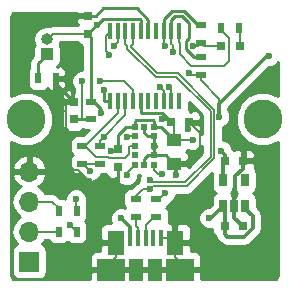
<source format=gbr>
G04 #@! TF.GenerationSoftware,KiCad,Pcbnew,(2017-08-16 revision 90873a101)-master*
G04 #@! TF.CreationDate,2017-12-28T02:46:26+02:00*
G04 #@! TF.ProjectId,distance-sensor-vl53l0x,64697374616E63652D73656E736F722D,rev?*
G04 #@! TF.SameCoordinates,Original*
G04 #@! TF.FileFunction,Copper,L1,Top,Signal*
G04 #@! TF.FilePolarity,Positive*
%FSLAX46Y46*%
G04 Gerber Fmt 4.6, Leading zero omitted, Abs format (unit mm)*
G04 Created by KiCad (PCBNEW (2017-08-16 revision 90873a101)-master) date Thu Dec 28 02:46:26 2017*
%MOMM*%
%LPD*%
G01*
G04 APERTURE LIST*
%ADD10R,0.800000X0.750000*%
%ADD11C,3.300000*%
%ADD12R,0.750000X0.800000*%
%ADD13R,1.250000X1.000000*%
%ADD14R,0.800000X0.800000*%
%ADD15R,1.000000X1.000000*%
%ADD16O,1.000000X1.000000*%
%ADD17R,0.450000X1.380000*%
%ADD18R,1.475000X2.100000*%
%ADD19R,2.375000X1.900000*%
%ADD20R,1.175000X1.900000*%
%ADD21R,0.500000X0.900000*%
%ADD22R,0.900000X0.500000*%
%ADD23R,0.450000X1.450000*%
%ADD24R,0.650000X1.060000*%
%ADD25R,0.500000X0.500000*%
%ADD26R,1.700000X1.700000*%
%ADD27O,1.700000X1.700000*%
%ADD28C,0.600000*%
%ADD29C,0.250000*%
%ADD30C,0.200000*%
%ADD31C,0.300000*%
%ADD32C,0.160000*%
%ADD33C,0.254000*%
G04 APERTURE END LIST*
D10*
X112800000Y-108800000D03*
X114300000Y-108800000D03*
D11*
X116000000Y-99750000D03*
X96000000Y-99750000D03*
D12*
X100000000Y-99750000D03*
X100000000Y-98250000D03*
X101250000Y-92500000D03*
X101250000Y-91000000D03*
D10*
X108250000Y-100000000D03*
X109750000Y-100000000D03*
X112850000Y-103250000D03*
X114350000Y-103250000D03*
D12*
X103750000Y-102250000D03*
X103750000Y-103750000D03*
D13*
X108500000Y-101500000D03*
X108500000Y-103500000D03*
D14*
X112450000Y-93500000D03*
X114050000Y-93500000D03*
D15*
X97750000Y-94250000D03*
D16*
X97750000Y-92980000D03*
D17*
X104790000Y-109840000D03*
X105440000Y-109840000D03*
X106090000Y-109840000D03*
X106740000Y-109840000D03*
X107390000Y-109840000D03*
D18*
X103627500Y-110200000D03*
X108552500Y-110200000D03*
D19*
X103180000Y-112500000D03*
X109000000Y-112500000D03*
D20*
X105250000Y-112500000D03*
X106930000Y-112500000D03*
D21*
X97000000Y-96266000D03*
X98500000Y-96266000D03*
D22*
X101500000Y-98250000D03*
X101500000Y-99750000D03*
X107000000Y-106500000D03*
X107000000Y-108000000D03*
X105250000Y-106500000D03*
X105250000Y-108000000D03*
D21*
X114000000Y-92000000D03*
X112500000Y-92000000D03*
D22*
X110750000Y-96000000D03*
X110750000Y-94500000D03*
X110750000Y-93250000D03*
X110750000Y-91750000D03*
X100750000Y-103500000D03*
X100750000Y-102000000D03*
X102250000Y-103500000D03*
X102250000Y-102000000D03*
D23*
X103075000Y-98200000D03*
X103725000Y-98200000D03*
X104375000Y-98200000D03*
X105025000Y-98200000D03*
X105675000Y-98200000D03*
X106325000Y-98200000D03*
X106975000Y-98200000D03*
X107625000Y-98200000D03*
X108275000Y-98200000D03*
X108925000Y-98200000D03*
X108925000Y-92300000D03*
X108275000Y-92300000D03*
X107625000Y-92300000D03*
X106975000Y-92300000D03*
X106325000Y-92300000D03*
X105675000Y-92300000D03*
X105025000Y-92300000D03*
X104375000Y-92300000D03*
X103725000Y-92300000D03*
X103075000Y-92300000D03*
D24*
X112650000Y-107100000D03*
X113600000Y-107100000D03*
X114550000Y-107100000D03*
X114550000Y-104900000D03*
X112650000Y-104900000D03*
D25*
X106800000Y-100400000D03*
X106800000Y-101200000D03*
X106800000Y-102000000D03*
X106800000Y-103600000D03*
X106800000Y-102800000D03*
X106000000Y-103600000D03*
X105200000Y-100400000D03*
X105200000Y-101200000D03*
X105200000Y-102000000D03*
X105200000Y-102800000D03*
X105200000Y-103600000D03*
X106000000Y-100400000D03*
D26*
X96250000Y-111790000D03*
D27*
X96250000Y-109250000D03*
X96250000Y-106710000D03*
X96250000Y-104170000D03*
D21*
X100250000Y-107500000D03*
X98750000Y-107500000D03*
X100250000Y-109250000D03*
X98750000Y-109250000D03*
D28*
X100750000Y-96500000D03*
X102250000Y-96500000D03*
X100200000Y-91100000D03*
X108700000Y-104500000D03*
X113600000Y-106100000D03*
X110400000Y-109600000D03*
X101300000Y-105000000D03*
X109700000Y-100600000D03*
X103250000Y-105869998D03*
X111500000Y-108100000D03*
X104040000Y-108100000D03*
X116500000Y-94400000D03*
X112500000Y-102400000D03*
X102350027Y-99200032D03*
X101978555Y-91753555D03*
X107500000Y-99750000D03*
X112325728Y-99525728D03*
X110100000Y-101500000D03*
X110100000Y-93500000D03*
X109800000Y-95800000D03*
X103177439Y-102398539D03*
X101400000Y-104100000D03*
X102565500Y-97249979D03*
X103403005Y-93514277D03*
X100200000Y-106500000D03*
X108100000Y-97015000D03*
X99700000Y-108700000D03*
X107300000Y-97015000D03*
X103000000Y-94300000D03*
X102550000Y-101250000D03*
X104500000Y-101250000D03*
X107494203Y-104357253D03*
X108400843Y-94019283D03*
X107697862Y-93514823D03*
X104500000Y-104500000D03*
X107750000Y-106000000D03*
X106500000Y-104870000D03*
X106500000Y-105630000D03*
D29*
X101500000Y-99750000D02*
X100700000Y-99750000D01*
X100700000Y-99750000D02*
X100000000Y-99750000D01*
D30*
X100750000Y-97650000D02*
X100700000Y-97700000D01*
X100700000Y-97700000D02*
X100700000Y-99750000D01*
X100750000Y-96500000D02*
X100750000Y-97650000D01*
X100575000Y-99750000D02*
X100000000Y-99750000D01*
X105025000Y-98200000D02*
X105025000Y-97275000D01*
X105025000Y-97275000D02*
X104250000Y-96500000D01*
X104250000Y-96500000D02*
X102250000Y-96500000D01*
D31*
X108700000Y-104500000D02*
X108700000Y-103700000D01*
X108700000Y-103700000D02*
X108500000Y-103500000D01*
X113700000Y-104575000D02*
X114350000Y-103925000D01*
X114350000Y-103925000D02*
X114350000Y-103250000D01*
X113700000Y-105575736D02*
X113700000Y-104575000D01*
X113600000Y-106100000D02*
X113600000Y-105675736D01*
X113600000Y-105675736D02*
X113700000Y-105575736D01*
X113600000Y-106100000D02*
X113600000Y-107100000D01*
X108552500Y-110200000D02*
X109800000Y-110200000D01*
X109800000Y-110200000D02*
X110400000Y-109600000D01*
X114300000Y-108800000D02*
X113600000Y-108100000D01*
X113600000Y-108100000D02*
X113600000Y-107100000D01*
D32*
X103627500Y-110200000D02*
X103627500Y-111410000D01*
X103627500Y-111410000D02*
X103180000Y-111857500D01*
X103180000Y-111857500D02*
X103180000Y-112500000D01*
X103180000Y-112500000D02*
X104527500Y-112500000D01*
X104527500Y-112500000D02*
X105250000Y-112500000D01*
X106930000Y-112500000D02*
X106182500Y-112500000D01*
X106182500Y-112500000D02*
X105250000Y-112500000D01*
X109000000Y-112500000D02*
X107652500Y-112500000D01*
X107652500Y-112500000D02*
X106930000Y-112500000D01*
X108552500Y-110200000D02*
X108552500Y-111410000D01*
X108552500Y-111410000D02*
X109000000Y-111857500D01*
X109000000Y-111857500D02*
X109000000Y-112500000D01*
X107390000Y-109840000D02*
X108192500Y-109840000D01*
X108192500Y-109840000D02*
X108552500Y-110200000D01*
D30*
X99800000Y-101000000D02*
X99800000Y-103790002D01*
X99800000Y-103790002D02*
X100059999Y-104050001D01*
X100059999Y-104050001D02*
X100350001Y-104050001D01*
X100350001Y-104050001D02*
X101300000Y-105000000D01*
X99324999Y-100524999D02*
X99800000Y-101000000D01*
X100000000Y-98250000D02*
X99425000Y-98250000D01*
X99425000Y-98250000D02*
X99324999Y-98350001D01*
X99324999Y-98350001D02*
X99324999Y-100524999D01*
X109700000Y-100600000D02*
X109700000Y-100050000D01*
X109700000Y-100050000D02*
X109750000Y-100000000D01*
X109775000Y-100000000D02*
X109750000Y-100000000D01*
X110700002Y-100925002D02*
X109775000Y-100000000D01*
X109325000Y-103500000D02*
X110700002Y-102124998D01*
X108500000Y-103500000D02*
X109325000Y-103500000D01*
X110700002Y-102124998D02*
X110700002Y-100925002D01*
D29*
X106325000Y-91325000D02*
X106325000Y-92300000D01*
X105350000Y-90350000D02*
X106325000Y-91325000D01*
X102525000Y-90350000D02*
X105350000Y-90350000D01*
X101875000Y-91000000D02*
X102525000Y-90350000D01*
X101250000Y-91000000D02*
X101875000Y-91000000D01*
X100000000Y-98250000D02*
X98500000Y-96750000D01*
X108500000Y-103500000D02*
X107800000Y-102800000D01*
X107800000Y-102800000D02*
X106800000Y-102800000D01*
X106000000Y-103600000D02*
X106000000Y-103100000D01*
X106000000Y-103100000D02*
X106300000Y-102800000D01*
X106300000Y-102800000D02*
X106800000Y-102800000D01*
X106800000Y-102800000D02*
X106800000Y-102000000D01*
X106800000Y-102000000D02*
X106800000Y-101200000D01*
X106800000Y-101200000D02*
X106300000Y-101200000D01*
X106300000Y-101200000D02*
X106000000Y-100900000D01*
X106000000Y-100900000D02*
X106000000Y-100400000D01*
X103750000Y-103750000D02*
X103750000Y-105250000D01*
X103250000Y-105869998D02*
X103250000Y-105750000D01*
X103250000Y-105750000D02*
X103750000Y-105250000D01*
D31*
X113025000Y-109700000D02*
X114445002Y-109700000D01*
X114445002Y-109700000D02*
X115175000Y-108970002D01*
X115175000Y-108970002D02*
X115175000Y-107930000D01*
X115175000Y-107930000D02*
X114550000Y-107305000D01*
X114550000Y-107305000D02*
X114550000Y-107100000D01*
X112800000Y-108800000D02*
X112800000Y-109475000D01*
X112800000Y-109475000D02*
X113025000Y-109700000D01*
X112800000Y-108800000D02*
X112800000Y-107250000D01*
X112800000Y-107250000D02*
X112650000Y-107100000D01*
X111500000Y-108100000D02*
X111650000Y-108100000D01*
X111650000Y-108100000D02*
X112650000Y-107100000D01*
X104790000Y-109840000D02*
X104790000Y-108850000D01*
X104790000Y-108850000D02*
X104040000Y-108100000D01*
D32*
X108500000Y-101500000D02*
X108500000Y-100250000D01*
X108500000Y-100250000D02*
X108250000Y-100000000D01*
D31*
X112325728Y-98474272D02*
X116400000Y-94400000D01*
X116400000Y-94400000D02*
X116500000Y-94400000D01*
X112325728Y-99525728D02*
X112325728Y-98474272D01*
X112850000Y-103250000D02*
X112850000Y-102750000D01*
X112850000Y-102750000D02*
X112500000Y-102400000D01*
X112650000Y-104900000D02*
X112650000Y-103450000D01*
X112650000Y-103450000D02*
X112850000Y-103250000D01*
D30*
X112450000Y-93500000D02*
X111000000Y-93500000D01*
X111000000Y-93500000D02*
X110750000Y-93250000D01*
X101250000Y-92500000D02*
X98230000Y-92500000D01*
X98230000Y-92500000D02*
X97750000Y-92980000D01*
D29*
X102350027Y-98900027D02*
X102350027Y-99200032D01*
X101500000Y-98250000D02*
X101700000Y-98250000D01*
X101700000Y-98250000D02*
X102350027Y-98900027D01*
X102475001Y-91249999D02*
X101978555Y-91753555D01*
X101978555Y-91753555D02*
X101250000Y-92475000D01*
X101500000Y-98250000D02*
X101500000Y-92750000D01*
X101500000Y-92750000D02*
X101250000Y-92500000D01*
X107475001Y-99250001D02*
X105750001Y-99250001D01*
X105675000Y-92300000D02*
X105675000Y-91325000D01*
X105675000Y-91325000D02*
X105599999Y-91249999D01*
X101250000Y-92475000D02*
X101250000Y-92500000D01*
X105599999Y-91249999D02*
X102475001Y-91249999D01*
X108225000Y-100000000D02*
X107975000Y-99750000D01*
X107975000Y-99750000D02*
X107475001Y-99250001D01*
X107500000Y-99750000D02*
X107975000Y-99750000D01*
X108250000Y-100000000D02*
X108225000Y-100000000D01*
X105675000Y-99175000D02*
X105675000Y-98200000D01*
X105750001Y-99250001D02*
X105675000Y-99175000D01*
D30*
X112325728Y-98025728D02*
X112325728Y-99525728D01*
X110750000Y-96450000D02*
X112325728Y-98025728D01*
X110750000Y-96000000D02*
X110750000Y-96450000D01*
X108500000Y-101500000D02*
X110100000Y-101500000D01*
X110100000Y-93500000D02*
X110500000Y-93500000D01*
X110500000Y-93500000D02*
X110750000Y-93250000D01*
X110000000Y-96000000D02*
X109800000Y-95800000D01*
X110750000Y-96000000D02*
X110000000Y-96000000D01*
X103177439Y-102398539D02*
X103601461Y-102398539D01*
X103601461Y-102398539D02*
X103750000Y-102250000D01*
X100750000Y-103500000D02*
X100800000Y-103500000D01*
X100800000Y-103500000D02*
X101400000Y-104100000D01*
X100750000Y-103500000D02*
X102250000Y-103500000D01*
D29*
X104424996Y-100400000D02*
X105200000Y-100400000D01*
X103750000Y-101074996D02*
X104424996Y-100400000D01*
X103750000Y-102250000D02*
X103750000Y-101074996D01*
X108500000Y-101500000D02*
X108625000Y-101500000D01*
X106800000Y-100400000D02*
X107400000Y-100400000D01*
X107400000Y-100400000D02*
X108500000Y-101500000D01*
X106800000Y-100400000D02*
X106800000Y-99900000D01*
X106800000Y-99900000D02*
X106724999Y-99824999D01*
X106724999Y-99824999D02*
X105275001Y-99824999D01*
X105275001Y-99824999D02*
X105200000Y-99900000D01*
X105200000Y-99900000D02*
X105200000Y-100400000D01*
D30*
X114050000Y-93500000D02*
X114050000Y-92050000D01*
X114050000Y-92050000D02*
X114000000Y-92000000D01*
D29*
X97750000Y-94270000D02*
X97000000Y-95020000D01*
X97000000Y-95020000D02*
X97000000Y-96266000D01*
X103075000Y-98200000D02*
X102600000Y-98200000D01*
X102565500Y-98165500D02*
X102565500Y-97249979D01*
X102600000Y-98200000D02*
X102565500Y-98165500D01*
D32*
X105250000Y-108750000D02*
X105440000Y-108940000D01*
X105440000Y-108940000D02*
X105440000Y-109840000D01*
X105250000Y-108000000D02*
X105250000Y-108750000D01*
X107000000Y-108000000D02*
X106800000Y-108000000D01*
X106800000Y-108000000D02*
X106090000Y-108710000D01*
X106090000Y-108710000D02*
X106090000Y-109840000D01*
D30*
X103403005Y-93514277D02*
X103725000Y-93192282D01*
X103725000Y-93192282D02*
X103725000Y-92300000D01*
X109949999Y-95199999D02*
X109000844Y-94250844D01*
X109000844Y-94250844D02*
X109000844Y-93300844D01*
X109000844Y-93300844D02*
X108925000Y-93225000D01*
X108925000Y-93225000D02*
X108925000Y-92300000D01*
X112750000Y-95250000D02*
X112699999Y-95199999D01*
X112699999Y-95199999D02*
X109949999Y-95199999D01*
X113150001Y-94849999D02*
X112750000Y-95250000D01*
X112500000Y-92000000D02*
X112500000Y-92200000D01*
X112500000Y-92200000D02*
X113150001Y-92850001D01*
X113150001Y-92850001D02*
X113150001Y-94849999D01*
D32*
X96250000Y-109250000D02*
X98750000Y-109250000D01*
X96250000Y-106710000D02*
X98160000Y-106710000D01*
X98160000Y-106710000D02*
X98750000Y-107300000D01*
X98750000Y-107300000D02*
X98750000Y-107500000D01*
X100200000Y-106500000D02*
X100200000Y-107450000D01*
X100200000Y-107450000D02*
X100250000Y-107500000D01*
X108275000Y-98200000D02*
X108275000Y-97190000D01*
X108275000Y-97190000D02*
X108100000Y-97015000D01*
X99700000Y-108700000D02*
X100250000Y-109250000D01*
X107625000Y-98200000D02*
X107625000Y-97340000D01*
X107625000Y-97340000D02*
X107300000Y-97015000D01*
D30*
X102700001Y-94000001D02*
X102700001Y-92674999D01*
X103000000Y-94300000D02*
X102700001Y-94000001D01*
X102700001Y-92674999D02*
X103075000Y-92300000D01*
X104750000Y-102000000D02*
X105200000Y-102000000D01*
X104649999Y-102100001D02*
X104750000Y-102000000D01*
X102990002Y-103000000D02*
X104315002Y-103000000D01*
X104649999Y-102665003D02*
X104649999Y-102100001D01*
X104315002Y-103000000D02*
X104649999Y-102665003D01*
X102940001Y-102949999D02*
X102990002Y-103000000D01*
X100950000Y-102000000D02*
X101899999Y-102949999D01*
X101899999Y-102949999D02*
X102940001Y-102949999D01*
X100750000Y-102000000D02*
X100950000Y-102000000D01*
X103725000Y-98200000D02*
X103725000Y-99225000D01*
X103725000Y-99225000D02*
X100950000Y-102000000D01*
X102250000Y-101550000D02*
X102550000Y-101250000D01*
X102550000Y-101250000D02*
X104375000Y-99425000D01*
X104375000Y-99425000D02*
X104375000Y-98200000D01*
X105200000Y-101200000D02*
X104550000Y-101200000D01*
X102250000Y-102000000D02*
X102250000Y-101550000D01*
X104550000Y-101200000D02*
X104500000Y-101250000D01*
X107549999Y-98124999D02*
X107625000Y-98200000D01*
X107107253Y-104357253D02*
X107494203Y-104357253D01*
X106800000Y-103600000D02*
X106800000Y-104050000D01*
X106800000Y-104050000D02*
X107107253Y-104357253D01*
X108400843Y-93476579D02*
X108400843Y-94019283D01*
X108275000Y-93350736D02*
X108400843Y-93476579D01*
X108275000Y-92300000D02*
X108275000Y-93350736D01*
D29*
X108275000Y-91325000D02*
X108275000Y-92300000D01*
X109474999Y-93099999D02*
X109750000Y-92824998D01*
X108600000Y-91000000D02*
X108275000Y-91325000D01*
X109750000Y-91589998D02*
X109160002Y-91000000D01*
X109474999Y-93800001D02*
X109474999Y-93099999D01*
X110174998Y-94500000D02*
X109474999Y-93800001D01*
X109160002Y-91000000D02*
X108600000Y-91000000D01*
X110750000Y-94500000D02*
X110174998Y-94500000D01*
X109750000Y-92824998D02*
X109750000Y-91589998D01*
D30*
X107625000Y-93441961D02*
X107697862Y-93514823D01*
X107625000Y-92300000D02*
X107625000Y-93441961D01*
X104500000Y-104500000D02*
X104500000Y-104300000D01*
X104500000Y-104300000D02*
X105200000Y-103600000D01*
D29*
X107625000Y-91238589D02*
X107625000Y-92300000D01*
X108313600Y-90549989D02*
X107625000Y-91238589D01*
X109349989Y-90549989D02*
X108313600Y-90549989D01*
X110550000Y-91750000D02*
X109349989Y-90549989D01*
X110750000Y-91750000D02*
X110550000Y-91750000D01*
D32*
X107000000Y-106500000D02*
X107250000Y-106500000D01*
X107250000Y-106500000D02*
X107750000Y-106000000D01*
X106720000Y-105090000D02*
X106500000Y-104870000D01*
X109433724Y-105090000D02*
X106720000Y-105090000D01*
X111590000Y-102933724D02*
X109433724Y-105090000D01*
X111590000Y-99066276D02*
X111590000Y-102933724D01*
X108683724Y-96160000D02*
X111590000Y-99066276D01*
X106933724Y-96160000D02*
X108683724Y-96160000D01*
X104540000Y-93766276D02*
X106933724Y-96160000D01*
X104375000Y-92300000D02*
X104375000Y-93387501D01*
X104375000Y-93387501D02*
X104540000Y-93552501D01*
X104540000Y-93552501D02*
X104540000Y-93766276D01*
X106500000Y-105630000D02*
X105870000Y-105630000D01*
X105870000Y-105630000D02*
X105250000Y-106250000D01*
X109566276Y-105410000D02*
X106720000Y-105410000D01*
X106720000Y-105410000D02*
X106500000Y-105630000D01*
X111910000Y-103066276D02*
X109566276Y-105410000D01*
X111910000Y-98933724D02*
X111910000Y-103066276D01*
X108816276Y-95840000D02*
X111910000Y-98933724D01*
X107066276Y-95840000D02*
X108816276Y-95840000D01*
X104860000Y-93633724D02*
X107066276Y-95840000D01*
X105025000Y-92300000D02*
X105025000Y-93387501D01*
X105025000Y-93387501D02*
X104860000Y-93552501D01*
X104860000Y-93552501D02*
X104860000Y-93633724D01*
D33*
G36*
X100240000Y-90714250D02*
X100398750Y-90873000D01*
X101123000Y-90873000D01*
X101123000Y-90853000D01*
X101377000Y-90853000D01*
X101377000Y-90873000D01*
X101397000Y-90873000D01*
X101397000Y-91012958D01*
X101262724Y-91147000D01*
X101123000Y-91147000D01*
X101123000Y-91127000D01*
X100398750Y-91127000D01*
X100240000Y-91285750D01*
X100240000Y-91526309D01*
X100336673Y-91759698D01*
X100337873Y-91760898D01*
X100335132Y-91765000D01*
X98230000Y-91765000D01*
X97948728Y-91820949D01*
X97880502Y-91866536D01*
X97772236Y-91845000D01*
X97727764Y-91845000D01*
X97293418Y-91931397D01*
X96925198Y-92177434D01*
X96679161Y-92545654D01*
X96592764Y-92980000D01*
X96679161Y-93414346D01*
X96694865Y-93437849D01*
X96651843Y-93502235D01*
X96602560Y-93750000D01*
X96602560Y-94342638D01*
X96462599Y-94482599D01*
X96297852Y-94729161D01*
X96240000Y-95020000D01*
X96240000Y-95436300D01*
X96151843Y-95568235D01*
X96102560Y-95816000D01*
X96102560Y-96716000D01*
X96151843Y-96963765D01*
X96292191Y-97173809D01*
X96502235Y-97314157D01*
X96750000Y-97363440D01*
X97250000Y-97363440D01*
X97497765Y-97314157D01*
X97707809Y-97173809D01*
X97748654Y-97112680D01*
X97890302Y-97254327D01*
X98123691Y-97351000D01*
X98216250Y-97351000D01*
X98375000Y-97192250D01*
X98375000Y-96393000D01*
X98625000Y-96393000D01*
X98625000Y-97192250D01*
X98783750Y-97351000D01*
X98876309Y-97351000D01*
X99109698Y-97254327D01*
X99288327Y-97075699D01*
X99385000Y-96842310D01*
X99385000Y-96551750D01*
X99226250Y-96393000D01*
X98625000Y-96393000D01*
X98375000Y-96393000D01*
X98353000Y-96393000D01*
X98353000Y-96139000D01*
X98375000Y-96139000D01*
X98375000Y-96119000D01*
X98625000Y-96119000D01*
X98625000Y-96139000D01*
X99226250Y-96139000D01*
X99385000Y-95980250D01*
X99385000Y-95689690D01*
X99288327Y-95456301D01*
X99109698Y-95277673D01*
X98876309Y-95181000D01*
X98783750Y-95181000D01*
X98627002Y-95337748D01*
X98627002Y-95261803D01*
X98707809Y-95207809D01*
X98848157Y-94997765D01*
X98897440Y-94750000D01*
X98897440Y-93750000D01*
X98848157Y-93502235D01*
X98805135Y-93437849D01*
X98820839Y-93414346D01*
X98856513Y-93235000D01*
X100335132Y-93235000D01*
X100417191Y-93357809D01*
X100627235Y-93498157D01*
X100740000Y-93520587D01*
X100740000Y-95564991D01*
X100564833Y-95564838D01*
X100221057Y-95706883D01*
X99957808Y-95969673D01*
X99815162Y-96313201D01*
X99814838Y-96685167D01*
X99956883Y-97028943D01*
X100015000Y-97087162D01*
X100015000Y-97448635D01*
X99965000Y-97700000D01*
X99965000Y-98397000D01*
X99873000Y-98397000D01*
X99873000Y-98377000D01*
X99148750Y-98377000D01*
X98990000Y-98535750D01*
X98990000Y-98776309D01*
X99086673Y-99009698D01*
X99087873Y-99010898D01*
X99026843Y-99102235D01*
X98977560Y-99350000D01*
X98977560Y-100150000D01*
X99026843Y-100397765D01*
X99167191Y-100607809D01*
X99377235Y-100748157D01*
X99625000Y-100797440D01*
X100375000Y-100797440D01*
X100622765Y-100748157D01*
X100832809Y-100607809D01*
X100834915Y-100604657D01*
X101050000Y-100647440D01*
X101263114Y-100647440D01*
X100807994Y-101102560D01*
X100300000Y-101102560D01*
X100052235Y-101151843D01*
X99842191Y-101292191D01*
X99701843Y-101502235D01*
X99652560Y-101750000D01*
X99652560Y-102250000D01*
X99701843Y-102497765D01*
X99842191Y-102707809D01*
X99905334Y-102750000D01*
X99842191Y-102792191D01*
X99701843Y-103002235D01*
X99652560Y-103250000D01*
X99652560Y-103750000D01*
X99701843Y-103997765D01*
X99842191Y-104207809D01*
X100052235Y-104348157D01*
X100300000Y-104397440D01*
X100511228Y-104397440D01*
X100606883Y-104628943D01*
X100869673Y-104892192D01*
X101213201Y-105034838D01*
X101585167Y-105035162D01*
X101928943Y-104893117D01*
X102192192Y-104630327D01*
X102288896Y-104397440D01*
X102700000Y-104397440D01*
X102783310Y-104380869D01*
X102836673Y-104509698D01*
X103015301Y-104688327D01*
X103248690Y-104785000D01*
X103464250Y-104785000D01*
X103564839Y-104684411D01*
X103564838Y-104685167D01*
X103706883Y-105028943D01*
X103969673Y-105292192D01*
X104313201Y-105434838D01*
X104685167Y-105435162D01*
X105028943Y-105293117D01*
X105292192Y-105030327D01*
X105434838Y-104686799D01*
X105435003Y-104497440D01*
X105450000Y-104497440D01*
X105587631Y-104470064D01*
X105623690Y-104485000D01*
X105647463Y-104485000D01*
X105565162Y-104683201D01*
X105564894Y-104990465D01*
X105364418Y-105124419D01*
X104886278Y-105602560D01*
X104800000Y-105602560D01*
X104552235Y-105651843D01*
X104342191Y-105792191D01*
X104201843Y-106002235D01*
X104152560Y-106250000D01*
X104152560Y-106750000D01*
X104201843Y-106997765D01*
X104342191Y-107207809D01*
X104363018Y-107221725D01*
X104226799Y-107165162D01*
X103854833Y-107164838D01*
X103511057Y-107306883D01*
X103247808Y-107569673D01*
X103105162Y-107913201D01*
X103104838Y-108285167D01*
X103199803Y-108515000D01*
X102763690Y-108515000D01*
X102530301Y-108611673D01*
X102351673Y-108790302D01*
X102255000Y-109023691D01*
X102255000Y-109914250D01*
X102413750Y-110073000D01*
X103500500Y-110073000D01*
X103500500Y-110053000D01*
X103754500Y-110053000D01*
X103754500Y-110073000D01*
X103774500Y-110073000D01*
X103774500Y-110327000D01*
X103754500Y-110327000D01*
X103754500Y-110347000D01*
X103500500Y-110347000D01*
X103500500Y-110327000D01*
X102413750Y-110327000D01*
X102255000Y-110485750D01*
X102255000Y-110915000D01*
X101866190Y-110915000D01*
X101632801Y-111011673D01*
X101454173Y-111190302D01*
X101357500Y-111423691D01*
X101357500Y-112214250D01*
X101516250Y-112373000D01*
X103053000Y-112373000D01*
X103053000Y-112353000D01*
X103307000Y-112353000D01*
X103307000Y-112373000D01*
X105123000Y-112373000D01*
X105123000Y-112353000D01*
X105377000Y-112353000D01*
X105377000Y-112373000D01*
X106803000Y-112373000D01*
X106803000Y-112353000D01*
X107057000Y-112353000D01*
X107057000Y-112373000D01*
X108873000Y-112373000D01*
X108873000Y-112353000D01*
X109127000Y-112353000D01*
X109127000Y-112373000D01*
X110663750Y-112373000D01*
X110822500Y-112214250D01*
X110822500Y-111423691D01*
X110725827Y-111190302D01*
X110547199Y-111011673D01*
X110313810Y-110915000D01*
X109925000Y-110915000D01*
X109925000Y-110485750D01*
X109766250Y-110327000D01*
X108679500Y-110327000D01*
X108679500Y-110347000D01*
X108425500Y-110347000D01*
X108425500Y-110327000D01*
X108405500Y-110327000D01*
X108405500Y-110073000D01*
X108425500Y-110073000D01*
X108425500Y-108673750D01*
X108679500Y-108673750D01*
X108679500Y-110073000D01*
X109766250Y-110073000D01*
X109925000Y-109914250D01*
X109925000Y-109023691D01*
X109828327Y-108790302D01*
X109649699Y-108611673D01*
X109416310Y-108515000D01*
X108838250Y-108515000D01*
X108679500Y-108673750D01*
X108425500Y-108673750D01*
X108266750Y-108515000D01*
X108036641Y-108515000D01*
X108048157Y-108497765D01*
X108097440Y-108250000D01*
X108097440Y-107750000D01*
X108048157Y-107502235D01*
X107907809Y-107292191D01*
X107844666Y-107250000D01*
X107907809Y-107207809D01*
X108048157Y-106997765D01*
X108071842Y-106878689D01*
X108278943Y-106793117D01*
X108542192Y-106530327D01*
X108684838Y-106186799D01*
X108684892Y-106125000D01*
X109566276Y-106125000D01*
X109839895Y-106070574D01*
X110071857Y-105915581D01*
X111692488Y-104294951D01*
X111677560Y-104370000D01*
X111677560Y-105430000D01*
X111726843Y-105677765D01*
X111867191Y-105887809D01*
X112035095Y-106000000D01*
X111867191Y-106112191D01*
X111726843Y-106322235D01*
X111677560Y-106570000D01*
X111677560Y-106962282D01*
X111474865Y-107164977D01*
X111314833Y-107164838D01*
X110971057Y-107306883D01*
X110707808Y-107569673D01*
X110565162Y-107913201D01*
X110564838Y-108285167D01*
X110706883Y-108628943D01*
X110969673Y-108892192D01*
X111313201Y-109034838D01*
X111685167Y-109035162D01*
X111752560Y-109007316D01*
X111752560Y-109175000D01*
X111801843Y-109422765D01*
X111942191Y-109632809D01*
X112062362Y-109713106D01*
X112074755Y-109775407D01*
X112244921Y-110030079D01*
X112469921Y-110255079D01*
X112724593Y-110425245D01*
X113025000Y-110485000D01*
X114445002Y-110485000D01*
X114745409Y-110425245D01*
X115000081Y-110255079D01*
X115730079Y-109525081D01*
X115900245Y-109270409D01*
X115960000Y-108970002D01*
X115960000Y-107930000D01*
X115900245Y-107629594D01*
X115730079Y-107374921D01*
X115730076Y-107374919D01*
X115522440Y-107167283D01*
X115522440Y-106570000D01*
X115473157Y-106322235D01*
X115332809Y-106112191D01*
X115164905Y-106000000D01*
X115332809Y-105887809D01*
X115473157Y-105677765D01*
X115522440Y-105430000D01*
X115522440Y-104370000D01*
X115473157Y-104122235D01*
X115332809Y-103912191D01*
X115321493Y-103904630D01*
X115385000Y-103751310D01*
X115385000Y-103535750D01*
X115226250Y-103377000D01*
X114477000Y-103377000D01*
X114477000Y-103397000D01*
X114223000Y-103397000D01*
X114223000Y-103377000D01*
X114203000Y-103377000D01*
X114203000Y-103123000D01*
X114223000Y-103123000D01*
X114223000Y-102398750D01*
X114477000Y-102398750D01*
X114477000Y-103123000D01*
X115226250Y-103123000D01*
X115385000Y-102964250D01*
X115385000Y-102748690D01*
X115288327Y-102515301D01*
X115109698Y-102336673D01*
X114876309Y-102240000D01*
X114635750Y-102240000D01*
X114477000Y-102398750D01*
X114223000Y-102398750D01*
X114064250Y-102240000D01*
X113823691Y-102240000D01*
X113590302Y-102336673D01*
X113589102Y-102337873D01*
X113497765Y-102276843D01*
X113454001Y-102268138D01*
X113435140Y-102239911D01*
X113435162Y-102214833D01*
X113293117Y-101871057D01*
X113030327Y-101607808D01*
X112686799Y-101465162D01*
X112625000Y-101465108D01*
X112625000Y-100413743D01*
X112854671Y-100318845D01*
X113117920Y-100056055D01*
X113260566Y-99712527D01*
X113260890Y-99340561D01*
X113118845Y-98996785D01*
X113110728Y-98988654D01*
X113110728Y-98799430D01*
X116575092Y-95335066D01*
X116685167Y-95335162D01*
X117028943Y-95193117D01*
X117290000Y-94932515D01*
X117290000Y-97811493D01*
X116456509Y-97465397D01*
X115547479Y-97464604D01*
X114707342Y-97811742D01*
X114064001Y-98453961D01*
X113715397Y-99293491D01*
X113714604Y-100202521D01*
X114061742Y-101042658D01*
X114703961Y-101685999D01*
X115543491Y-102034603D01*
X116452521Y-102035396D01*
X117290000Y-101689356D01*
X117290000Y-112930070D01*
X117255074Y-113105655D01*
X117195225Y-113195226D01*
X117105655Y-113255074D01*
X116930070Y-113290000D01*
X110822500Y-113290000D01*
X110822500Y-112785750D01*
X110663750Y-112627000D01*
X109127000Y-112627000D01*
X109127000Y-112647000D01*
X108873000Y-112647000D01*
X108873000Y-112627000D01*
X107057000Y-112627000D01*
X107057000Y-112647000D01*
X106803000Y-112647000D01*
X106803000Y-112627000D01*
X105377000Y-112627000D01*
X105377000Y-112647000D01*
X105123000Y-112647000D01*
X105123000Y-112627000D01*
X103307000Y-112627000D01*
X103307000Y-112647000D01*
X103053000Y-112647000D01*
X103053000Y-112627000D01*
X101516250Y-112627000D01*
X101357500Y-112785750D01*
X101357500Y-113290000D01*
X95069930Y-113290000D01*
X94894345Y-113255074D01*
X94804774Y-113195225D01*
X94744926Y-113105655D01*
X94710000Y-112930070D01*
X94710000Y-106710000D01*
X94735907Y-106710000D01*
X94848946Y-107278285D01*
X95170853Y-107760054D01*
X95500026Y-107980000D01*
X95170853Y-108199946D01*
X94848946Y-108681715D01*
X94735907Y-109250000D01*
X94848946Y-109818285D01*
X95170853Y-110300054D01*
X95214777Y-110329403D01*
X95152235Y-110341843D01*
X94942191Y-110482191D01*
X94801843Y-110692235D01*
X94752560Y-110940000D01*
X94752560Y-112640000D01*
X94801843Y-112887765D01*
X94942191Y-113097809D01*
X95152235Y-113238157D01*
X95400000Y-113287440D01*
X97100000Y-113287440D01*
X97347765Y-113238157D01*
X97557809Y-113097809D01*
X97698157Y-112887765D01*
X97747440Y-112640000D01*
X97747440Y-110940000D01*
X97698157Y-110692235D01*
X97557809Y-110482191D01*
X97347765Y-110341843D01*
X97285223Y-110329403D01*
X97329147Y-110300054D01*
X97553022Y-109965000D01*
X97913359Y-109965000D01*
X98042191Y-110157809D01*
X98252235Y-110298157D01*
X98500000Y-110347440D01*
X99000000Y-110347440D01*
X99247765Y-110298157D01*
X99457809Y-110157809D01*
X99500000Y-110094666D01*
X99542191Y-110157809D01*
X99752235Y-110298157D01*
X100000000Y-110347440D01*
X100500000Y-110347440D01*
X100747765Y-110298157D01*
X100957809Y-110157809D01*
X101098157Y-109947765D01*
X101147440Y-109700000D01*
X101147440Y-108800000D01*
X101098157Y-108552235D01*
X100979731Y-108375000D01*
X101098157Y-108197765D01*
X101147440Y-107950000D01*
X101147440Y-107050000D01*
X101098157Y-106802235D01*
X101091217Y-106791849D01*
X101134838Y-106686799D01*
X101135162Y-106314833D01*
X100993117Y-105971057D01*
X100730327Y-105707808D01*
X100386799Y-105565162D01*
X100014833Y-105564838D01*
X99671057Y-105706883D01*
X99407808Y-105969673D01*
X99265162Y-106313201D01*
X99265031Y-106463380D01*
X99247765Y-106451843D01*
X99000000Y-106402560D01*
X98863722Y-106402560D01*
X98665581Y-106204419D01*
X98433619Y-106049426D01*
X98160000Y-105995000D01*
X97553022Y-105995000D01*
X97329147Y-105659946D01*
X96988447Y-105432298D01*
X97131358Y-105365183D01*
X97521645Y-104936924D01*
X97691476Y-104526890D01*
X97570155Y-104297000D01*
X96377000Y-104297000D01*
X96377000Y-104317000D01*
X96123000Y-104317000D01*
X96123000Y-104297000D01*
X94929845Y-104297000D01*
X94808524Y-104526890D01*
X94978355Y-104936924D01*
X95368642Y-105365183D01*
X95511553Y-105432298D01*
X95170853Y-105659946D01*
X94848946Y-106141715D01*
X94735907Y-106710000D01*
X94710000Y-106710000D01*
X94710000Y-103813110D01*
X94808524Y-103813110D01*
X94929845Y-104043000D01*
X96123000Y-104043000D01*
X96123000Y-102849181D01*
X96377000Y-102849181D01*
X96377000Y-104043000D01*
X97570155Y-104043000D01*
X97691476Y-103813110D01*
X97521645Y-103403076D01*
X97131358Y-102974817D01*
X96606892Y-102728514D01*
X96377000Y-102849181D01*
X96123000Y-102849181D01*
X95893108Y-102728514D01*
X95368642Y-102974817D01*
X94978355Y-103403076D01*
X94808524Y-103813110D01*
X94710000Y-103813110D01*
X94710000Y-101688507D01*
X95543491Y-102034603D01*
X96452521Y-102035396D01*
X97292658Y-101688258D01*
X97935999Y-101046039D01*
X98284603Y-100206509D01*
X98285396Y-99297479D01*
X97938258Y-98457342D01*
X97296039Y-97814001D01*
X97078549Y-97723691D01*
X98990000Y-97723691D01*
X98990000Y-97964250D01*
X99148750Y-98123000D01*
X99873000Y-98123000D01*
X99873000Y-97373750D01*
X99714250Y-97215000D01*
X99498690Y-97215000D01*
X99265301Y-97311673D01*
X99086673Y-97490302D01*
X98990000Y-97723691D01*
X97078549Y-97723691D01*
X96456509Y-97465397D01*
X95547479Y-97464604D01*
X94710000Y-97810644D01*
X94710000Y-91069930D01*
X94744926Y-90894345D01*
X94804774Y-90804775D01*
X94894345Y-90744926D01*
X95069930Y-90710000D01*
X100240000Y-90710000D01*
X100240000Y-90714250D01*
X100240000Y-90714250D01*
G37*
X100240000Y-90714250D02*
X100398750Y-90873000D01*
X101123000Y-90873000D01*
X101123000Y-90853000D01*
X101377000Y-90853000D01*
X101377000Y-90873000D01*
X101397000Y-90873000D01*
X101397000Y-91012958D01*
X101262724Y-91147000D01*
X101123000Y-91147000D01*
X101123000Y-91127000D01*
X100398750Y-91127000D01*
X100240000Y-91285750D01*
X100240000Y-91526309D01*
X100336673Y-91759698D01*
X100337873Y-91760898D01*
X100335132Y-91765000D01*
X98230000Y-91765000D01*
X97948728Y-91820949D01*
X97880502Y-91866536D01*
X97772236Y-91845000D01*
X97727764Y-91845000D01*
X97293418Y-91931397D01*
X96925198Y-92177434D01*
X96679161Y-92545654D01*
X96592764Y-92980000D01*
X96679161Y-93414346D01*
X96694865Y-93437849D01*
X96651843Y-93502235D01*
X96602560Y-93750000D01*
X96602560Y-94342638D01*
X96462599Y-94482599D01*
X96297852Y-94729161D01*
X96240000Y-95020000D01*
X96240000Y-95436300D01*
X96151843Y-95568235D01*
X96102560Y-95816000D01*
X96102560Y-96716000D01*
X96151843Y-96963765D01*
X96292191Y-97173809D01*
X96502235Y-97314157D01*
X96750000Y-97363440D01*
X97250000Y-97363440D01*
X97497765Y-97314157D01*
X97707809Y-97173809D01*
X97748654Y-97112680D01*
X97890302Y-97254327D01*
X98123691Y-97351000D01*
X98216250Y-97351000D01*
X98375000Y-97192250D01*
X98375000Y-96393000D01*
X98625000Y-96393000D01*
X98625000Y-97192250D01*
X98783750Y-97351000D01*
X98876309Y-97351000D01*
X99109698Y-97254327D01*
X99288327Y-97075699D01*
X99385000Y-96842310D01*
X99385000Y-96551750D01*
X99226250Y-96393000D01*
X98625000Y-96393000D01*
X98375000Y-96393000D01*
X98353000Y-96393000D01*
X98353000Y-96139000D01*
X98375000Y-96139000D01*
X98375000Y-96119000D01*
X98625000Y-96119000D01*
X98625000Y-96139000D01*
X99226250Y-96139000D01*
X99385000Y-95980250D01*
X99385000Y-95689690D01*
X99288327Y-95456301D01*
X99109698Y-95277673D01*
X98876309Y-95181000D01*
X98783750Y-95181000D01*
X98627002Y-95337748D01*
X98627002Y-95261803D01*
X98707809Y-95207809D01*
X98848157Y-94997765D01*
X98897440Y-94750000D01*
X98897440Y-93750000D01*
X98848157Y-93502235D01*
X98805135Y-93437849D01*
X98820839Y-93414346D01*
X98856513Y-93235000D01*
X100335132Y-93235000D01*
X100417191Y-93357809D01*
X100627235Y-93498157D01*
X100740000Y-93520587D01*
X100740000Y-95564991D01*
X100564833Y-95564838D01*
X100221057Y-95706883D01*
X99957808Y-95969673D01*
X99815162Y-96313201D01*
X99814838Y-96685167D01*
X99956883Y-97028943D01*
X100015000Y-97087162D01*
X100015000Y-97448635D01*
X99965000Y-97700000D01*
X99965000Y-98397000D01*
X99873000Y-98397000D01*
X99873000Y-98377000D01*
X99148750Y-98377000D01*
X98990000Y-98535750D01*
X98990000Y-98776309D01*
X99086673Y-99009698D01*
X99087873Y-99010898D01*
X99026843Y-99102235D01*
X98977560Y-99350000D01*
X98977560Y-100150000D01*
X99026843Y-100397765D01*
X99167191Y-100607809D01*
X99377235Y-100748157D01*
X99625000Y-100797440D01*
X100375000Y-100797440D01*
X100622765Y-100748157D01*
X100832809Y-100607809D01*
X100834915Y-100604657D01*
X101050000Y-100647440D01*
X101263114Y-100647440D01*
X100807994Y-101102560D01*
X100300000Y-101102560D01*
X100052235Y-101151843D01*
X99842191Y-101292191D01*
X99701843Y-101502235D01*
X99652560Y-101750000D01*
X99652560Y-102250000D01*
X99701843Y-102497765D01*
X99842191Y-102707809D01*
X99905334Y-102750000D01*
X99842191Y-102792191D01*
X99701843Y-103002235D01*
X99652560Y-103250000D01*
X99652560Y-103750000D01*
X99701843Y-103997765D01*
X99842191Y-104207809D01*
X100052235Y-104348157D01*
X100300000Y-104397440D01*
X100511228Y-104397440D01*
X100606883Y-104628943D01*
X100869673Y-104892192D01*
X101213201Y-105034838D01*
X101585167Y-105035162D01*
X101928943Y-104893117D01*
X102192192Y-104630327D01*
X102288896Y-104397440D01*
X102700000Y-104397440D01*
X102783310Y-104380869D01*
X102836673Y-104509698D01*
X103015301Y-104688327D01*
X103248690Y-104785000D01*
X103464250Y-104785000D01*
X103564839Y-104684411D01*
X103564838Y-104685167D01*
X103706883Y-105028943D01*
X103969673Y-105292192D01*
X104313201Y-105434838D01*
X104685167Y-105435162D01*
X105028943Y-105293117D01*
X105292192Y-105030327D01*
X105434838Y-104686799D01*
X105435003Y-104497440D01*
X105450000Y-104497440D01*
X105587631Y-104470064D01*
X105623690Y-104485000D01*
X105647463Y-104485000D01*
X105565162Y-104683201D01*
X105564894Y-104990465D01*
X105364418Y-105124419D01*
X104886278Y-105602560D01*
X104800000Y-105602560D01*
X104552235Y-105651843D01*
X104342191Y-105792191D01*
X104201843Y-106002235D01*
X104152560Y-106250000D01*
X104152560Y-106750000D01*
X104201843Y-106997765D01*
X104342191Y-107207809D01*
X104363018Y-107221725D01*
X104226799Y-107165162D01*
X103854833Y-107164838D01*
X103511057Y-107306883D01*
X103247808Y-107569673D01*
X103105162Y-107913201D01*
X103104838Y-108285167D01*
X103199803Y-108515000D01*
X102763690Y-108515000D01*
X102530301Y-108611673D01*
X102351673Y-108790302D01*
X102255000Y-109023691D01*
X102255000Y-109914250D01*
X102413750Y-110073000D01*
X103500500Y-110073000D01*
X103500500Y-110053000D01*
X103754500Y-110053000D01*
X103754500Y-110073000D01*
X103774500Y-110073000D01*
X103774500Y-110327000D01*
X103754500Y-110327000D01*
X103754500Y-110347000D01*
X103500500Y-110347000D01*
X103500500Y-110327000D01*
X102413750Y-110327000D01*
X102255000Y-110485750D01*
X102255000Y-110915000D01*
X101866190Y-110915000D01*
X101632801Y-111011673D01*
X101454173Y-111190302D01*
X101357500Y-111423691D01*
X101357500Y-112214250D01*
X101516250Y-112373000D01*
X103053000Y-112373000D01*
X103053000Y-112353000D01*
X103307000Y-112353000D01*
X103307000Y-112373000D01*
X105123000Y-112373000D01*
X105123000Y-112353000D01*
X105377000Y-112353000D01*
X105377000Y-112373000D01*
X106803000Y-112373000D01*
X106803000Y-112353000D01*
X107057000Y-112353000D01*
X107057000Y-112373000D01*
X108873000Y-112373000D01*
X108873000Y-112353000D01*
X109127000Y-112353000D01*
X109127000Y-112373000D01*
X110663750Y-112373000D01*
X110822500Y-112214250D01*
X110822500Y-111423691D01*
X110725827Y-111190302D01*
X110547199Y-111011673D01*
X110313810Y-110915000D01*
X109925000Y-110915000D01*
X109925000Y-110485750D01*
X109766250Y-110327000D01*
X108679500Y-110327000D01*
X108679500Y-110347000D01*
X108425500Y-110347000D01*
X108425500Y-110327000D01*
X108405500Y-110327000D01*
X108405500Y-110073000D01*
X108425500Y-110073000D01*
X108425500Y-108673750D01*
X108679500Y-108673750D01*
X108679500Y-110073000D01*
X109766250Y-110073000D01*
X109925000Y-109914250D01*
X109925000Y-109023691D01*
X109828327Y-108790302D01*
X109649699Y-108611673D01*
X109416310Y-108515000D01*
X108838250Y-108515000D01*
X108679500Y-108673750D01*
X108425500Y-108673750D01*
X108266750Y-108515000D01*
X108036641Y-108515000D01*
X108048157Y-108497765D01*
X108097440Y-108250000D01*
X108097440Y-107750000D01*
X108048157Y-107502235D01*
X107907809Y-107292191D01*
X107844666Y-107250000D01*
X107907809Y-107207809D01*
X108048157Y-106997765D01*
X108071842Y-106878689D01*
X108278943Y-106793117D01*
X108542192Y-106530327D01*
X108684838Y-106186799D01*
X108684892Y-106125000D01*
X109566276Y-106125000D01*
X109839895Y-106070574D01*
X110071857Y-105915581D01*
X111692488Y-104294951D01*
X111677560Y-104370000D01*
X111677560Y-105430000D01*
X111726843Y-105677765D01*
X111867191Y-105887809D01*
X112035095Y-106000000D01*
X111867191Y-106112191D01*
X111726843Y-106322235D01*
X111677560Y-106570000D01*
X111677560Y-106962282D01*
X111474865Y-107164977D01*
X111314833Y-107164838D01*
X110971057Y-107306883D01*
X110707808Y-107569673D01*
X110565162Y-107913201D01*
X110564838Y-108285167D01*
X110706883Y-108628943D01*
X110969673Y-108892192D01*
X111313201Y-109034838D01*
X111685167Y-109035162D01*
X111752560Y-109007316D01*
X111752560Y-109175000D01*
X111801843Y-109422765D01*
X111942191Y-109632809D01*
X112062362Y-109713106D01*
X112074755Y-109775407D01*
X112244921Y-110030079D01*
X112469921Y-110255079D01*
X112724593Y-110425245D01*
X113025000Y-110485000D01*
X114445002Y-110485000D01*
X114745409Y-110425245D01*
X115000081Y-110255079D01*
X115730079Y-109525081D01*
X115900245Y-109270409D01*
X115960000Y-108970002D01*
X115960000Y-107930000D01*
X115900245Y-107629594D01*
X115730079Y-107374921D01*
X115730076Y-107374919D01*
X115522440Y-107167283D01*
X115522440Y-106570000D01*
X115473157Y-106322235D01*
X115332809Y-106112191D01*
X115164905Y-106000000D01*
X115332809Y-105887809D01*
X115473157Y-105677765D01*
X115522440Y-105430000D01*
X115522440Y-104370000D01*
X115473157Y-104122235D01*
X115332809Y-103912191D01*
X115321493Y-103904630D01*
X115385000Y-103751310D01*
X115385000Y-103535750D01*
X115226250Y-103377000D01*
X114477000Y-103377000D01*
X114477000Y-103397000D01*
X114223000Y-103397000D01*
X114223000Y-103377000D01*
X114203000Y-103377000D01*
X114203000Y-103123000D01*
X114223000Y-103123000D01*
X114223000Y-102398750D01*
X114477000Y-102398750D01*
X114477000Y-103123000D01*
X115226250Y-103123000D01*
X115385000Y-102964250D01*
X115385000Y-102748690D01*
X115288327Y-102515301D01*
X115109698Y-102336673D01*
X114876309Y-102240000D01*
X114635750Y-102240000D01*
X114477000Y-102398750D01*
X114223000Y-102398750D01*
X114064250Y-102240000D01*
X113823691Y-102240000D01*
X113590302Y-102336673D01*
X113589102Y-102337873D01*
X113497765Y-102276843D01*
X113454001Y-102268138D01*
X113435140Y-102239911D01*
X113435162Y-102214833D01*
X113293117Y-101871057D01*
X113030327Y-101607808D01*
X112686799Y-101465162D01*
X112625000Y-101465108D01*
X112625000Y-100413743D01*
X112854671Y-100318845D01*
X113117920Y-100056055D01*
X113260566Y-99712527D01*
X113260890Y-99340561D01*
X113118845Y-98996785D01*
X113110728Y-98988654D01*
X113110728Y-98799430D01*
X116575092Y-95335066D01*
X116685167Y-95335162D01*
X117028943Y-95193117D01*
X117290000Y-94932515D01*
X117290000Y-97811493D01*
X116456509Y-97465397D01*
X115547479Y-97464604D01*
X114707342Y-97811742D01*
X114064001Y-98453961D01*
X113715397Y-99293491D01*
X113714604Y-100202521D01*
X114061742Y-101042658D01*
X114703961Y-101685999D01*
X115543491Y-102034603D01*
X116452521Y-102035396D01*
X117290000Y-101689356D01*
X117290000Y-112930070D01*
X117255074Y-113105655D01*
X117195225Y-113195226D01*
X117105655Y-113255074D01*
X116930070Y-113290000D01*
X110822500Y-113290000D01*
X110822500Y-112785750D01*
X110663750Y-112627000D01*
X109127000Y-112627000D01*
X109127000Y-112647000D01*
X108873000Y-112647000D01*
X108873000Y-112627000D01*
X107057000Y-112627000D01*
X107057000Y-112647000D01*
X106803000Y-112647000D01*
X106803000Y-112627000D01*
X105377000Y-112627000D01*
X105377000Y-112647000D01*
X105123000Y-112647000D01*
X105123000Y-112627000D01*
X103307000Y-112627000D01*
X103307000Y-112647000D01*
X103053000Y-112647000D01*
X103053000Y-112627000D01*
X101516250Y-112627000D01*
X101357500Y-112785750D01*
X101357500Y-113290000D01*
X95069930Y-113290000D01*
X94894345Y-113255074D01*
X94804774Y-113195225D01*
X94744926Y-113105655D01*
X94710000Y-112930070D01*
X94710000Y-106710000D01*
X94735907Y-106710000D01*
X94848946Y-107278285D01*
X95170853Y-107760054D01*
X95500026Y-107980000D01*
X95170853Y-108199946D01*
X94848946Y-108681715D01*
X94735907Y-109250000D01*
X94848946Y-109818285D01*
X95170853Y-110300054D01*
X95214777Y-110329403D01*
X95152235Y-110341843D01*
X94942191Y-110482191D01*
X94801843Y-110692235D01*
X94752560Y-110940000D01*
X94752560Y-112640000D01*
X94801843Y-112887765D01*
X94942191Y-113097809D01*
X95152235Y-113238157D01*
X95400000Y-113287440D01*
X97100000Y-113287440D01*
X97347765Y-113238157D01*
X97557809Y-113097809D01*
X97698157Y-112887765D01*
X97747440Y-112640000D01*
X97747440Y-110940000D01*
X97698157Y-110692235D01*
X97557809Y-110482191D01*
X97347765Y-110341843D01*
X97285223Y-110329403D01*
X97329147Y-110300054D01*
X97553022Y-109965000D01*
X97913359Y-109965000D01*
X98042191Y-110157809D01*
X98252235Y-110298157D01*
X98500000Y-110347440D01*
X99000000Y-110347440D01*
X99247765Y-110298157D01*
X99457809Y-110157809D01*
X99500000Y-110094666D01*
X99542191Y-110157809D01*
X99752235Y-110298157D01*
X100000000Y-110347440D01*
X100500000Y-110347440D01*
X100747765Y-110298157D01*
X100957809Y-110157809D01*
X101098157Y-109947765D01*
X101147440Y-109700000D01*
X101147440Y-108800000D01*
X101098157Y-108552235D01*
X100979731Y-108375000D01*
X101098157Y-108197765D01*
X101147440Y-107950000D01*
X101147440Y-107050000D01*
X101098157Y-106802235D01*
X101091217Y-106791849D01*
X101134838Y-106686799D01*
X101135162Y-106314833D01*
X100993117Y-105971057D01*
X100730327Y-105707808D01*
X100386799Y-105565162D01*
X100014833Y-105564838D01*
X99671057Y-105706883D01*
X99407808Y-105969673D01*
X99265162Y-106313201D01*
X99265031Y-106463380D01*
X99247765Y-106451843D01*
X99000000Y-106402560D01*
X98863722Y-106402560D01*
X98665581Y-106204419D01*
X98433619Y-106049426D01*
X98160000Y-105995000D01*
X97553022Y-105995000D01*
X97329147Y-105659946D01*
X96988447Y-105432298D01*
X97131358Y-105365183D01*
X97521645Y-104936924D01*
X97691476Y-104526890D01*
X97570155Y-104297000D01*
X96377000Y-104297000D01*
X96377000Y-104317000D01*
X96123000Y-104317000D01*
X96123000Y-104297000D01*
X94929845Y-104297000D01*
X94808524Y-104526890D01*
X94978355Y-104936924D01*
X95368642Y-105365183D01*
X95511553Y-105432298D01*
X95170853Y-105659946D01*
X94848946Y-106141715D01*
X94735907Y-106710000D01*
X94710000Y-106710000D01*
X94710000Y-103813110D01*
X94808524Y-103813110D01*
X94929845Y-104043000D01*
X96123000Y-104043000D01*
X96123000Y-102849181D01*
X96377000Y-102849181D01*
X96377000Y-104043000D01*
X97570155Y-104043000D01*
X97691476Y-103813110D01*
X97521645Y-103403076D01*
X97131358Y-102974817D01*
X96606892Y-102728514D01*
X96377000Y-102849181D01*
X96123000Y-102849181D01*
X95893108Y-102728514D01*
X95368642Y-102974817D01*
X94978355Y-103403076D01*
X94808524Y-103813110D01*
X94710000Y-103813110D01*
X94710000Y-101688507D01*
X95543491Y-102034603D01*
X96452521Y-102035396D01*
X97292658Y-101688258D01*
X97935999Y-101046039D01*
X98284603Y-100206509D01*
X98285396Y-99297479D01*
X97938258Y-98457342D01*
X97296039Y-97814001D01*
X97078549Y-97723691D01*
X98990000Y-97723691D01*
X98990000Y-97964250D01*
X99148750Y-98123000D01*
X99873000Y-98123000D01*
X99873000Y-97373750D01*
X99714250Y-97215000D01*
X99498690Y-97215000D01*
X99265301Y-97311673D01*
X99086673Y-97490302D01*
X98990000Y-97723691D01*
X97078549Y-97723691D01*
X96456509Y-97465397D01*
X95547479Y-97464604D01*
X94710000Y-97810644D01*
X94710000Y-91069930D01*
X94744926Y-90894345D01*
X94804774Y-90804775D01*
X94894345Y-90744926D01*
X95069930Y-90710000D01*
X100240000Y-90710000D01*
X100240000Y-90714250D01*
G36*
X114153000Y-108881844D02*
X114153000Y-108673000D01*
X114173000Y-108673000D01*
X114173000Y-108653000D01*
X114381844Y-108653000D01*
X114153000Y-108881844D01*
X114153000Y-108881844D01*
G37*
X114153000Y-108881844D02*
X114153000Y-108673000D01*
X114173000Y-108673000D01*
X114173000Y-108653000D01*
X114381844Y-108653000D01*
X114153000Y-108881844D01*
G36*
X113626843Y-105677765D02*
X113767191Y-105887809D01*
X113866551Y-105954199D01*
X113727000Y-106093750D01*
X113727000Y-106172341D01*
X113626843Y-106322235D01*
X113600000Y-106457185D01*
X113573157Y-106322235D01*
X113473000Y-106172341D01*
X113473000Y-106093750D01*
X113333449Y-105954199D01*
X113432809Y-105887809D01*
X113573157Y-105677765D01*
X113600000Y-105542815D01*
X113626843Y-105677765D01*
X113626843Y-105677765D01*
G37*
X113626843Y-105677765D02*
X113767191Y-105887809D01*
X113866551Y-105954199D01*
X113727000Y-106093750D01*
X113727000Y-106172341D01*
X113626843Y-106322235D01*
X113600000Y-106457185D01*
X113573157Y-106322235D01*
X113473000Y-106172341D01*
X113473000Y-106093750D01*
X113333449Y-105954199D01*
X113432809Y-105887809D01*
X113573157Y-105677765D01*
X113600000Y-105542815D01*
X113626843Y-105677765D01*
G36*
X103897000Y-103780811D02*
X103780608Y-103897000D01*
X103623000Y-103897000D01*
X103623000Y-103877000D01*
X103603000Y-103877000D01*
X103603000Y-103735000D01*
X103897000Y-103735000D01*
X103897000Y-103780811D01*
X103897000Y-103780811D01*
G37*
X103897000Y-103780811D02*
X103780608Y-103897000D01*
X103623000Y-103897000D01*
X103623000Y-103877000D01*
X103603000Y-103877000D01*
X103603000Y-103735000D01*
X103897000Y-103735000D01*
X103897000Y-103780811D01*
G36*
X110875000Y-102637561D02*
X109743406Y-103769156D01*
X109601250Y-103627000D01*
X108627000Y-103627000D01*
X108627000Y-103647000D01*
X108373000Y-103647000D01*
X108373000Y-103627000D01*
X108353000Y-103627000D01*
X108353000Y-103373000D01*
X108373000Y-103373000D01*
X108373000Y-103353000D01*
X108627000Y-103353000D01*
X108627000Y-103373000D01*
X109601250Y-103373000D01*
X109760000Y-103214250D01*
X109760000Y-102873691D01*
X109663327Y-102640302D01*
X109521680Y-102498654D01*
X109582809Y-102457809D01*
X109666583Y-102332433D01*
X109913201Y-102434838D01*
X110285167Y-102435162D01*
X110628943Y-102293117D01*
X110875000Y-102047489D01*
X110875000Y-102637561D01*
X110875000Y-102637561D01*
G37*
X110875000Y-102637561D02*
X109743406Y-103769156D01*
X109601250Y-103627000D01*
X108627000Y-103627000D01*
X108627000Y-103647000D01*
X108373000Y-103647000D01*
X108373000Y-103627000D01*
X108353000Y-103627000D01*
X108353000Y-103373000D01*
X108373000Y-103373000D01*
X108373000Y-103353000D01*
X108627000Y-103353000D01*
X108627000Y-103373000D01*
X109601250Y-103373000D01*
X109760000Y-103214250D01*
X109760000Y-102873691D01*
X109663327Y-102640302D01*
X109521680Y-102498654D01*
X109582809Y-102457809D01*
X109666583Y-102332433D01*
X109913201Y-102434838D01*
X110285167Y-102435162D01*
X110628943Y-102293117D01*
X110875000Y-102047489D01*
X110875000Y-102637561D01*
G36*
X106925000Y-101926250D02*
X106947000Y-101948250D01*
X106947000Y-102051750D01*
X106925000Y-102073750D01*
X106925000Y-102147000D01*
X106675000Y-102147000D01*
X106675000Y-102073750D01*
X106653000Y-102051750D01*
X106653000Y-101948250D01*
X106675000Y-101926250D01*
X106675000Y-101853000D01*
X106925000Y-101853000D01*
X106925000Y-101926250D01*
X106925000Y-101926250D01*
G37*
X106925000Y-101926250D02*
X106947000Y-101948250D01*
X106947000Y-102051750D01*
X106925000Y-102073750D01*
X106925000Y-102147000D01*
X106675000Y-102147000D01*
X106675000Y-102073750D01*
X106653000Y-102051750D01*
X106653000Y-101948250D01*
X106675000Y-101926250D01*
X106675000Y-101853000D01*
X106925000Y-101853000D01*
X106925000Y-101926250D01*
G36*
X110875000Y-99362438D02*
X110875000Y-100952908D01*
X110672735Y-100750290D01*
X110688327Y-100734699D01*
X110785000Y-100501310D01*
X110785000Y-100285750D01*
X110626250Y-100127000D01*
X109877000Y-100127000D01*
X109877000Y-100147000D01*
X109623000Y-100147000D01*
X109623000Y-100127000D01*
X109603000Y-100127000D01*
X109603000Y-99873000D01*
X109623000Y-99873000D01*
X109623000Y-99853000D01*
X109877000Y-99853000D01*
X109877000Y-99873000D01*
X110626250Y-99873000D01*
X110785000Y-99714250D01*
X110785000Y-99498690D01*
X110688327Y-99265301D01*
X110509698Y-99086673D01*
X110276309Y-98990000D01*
X110035750Y-98990000D01*
X109877002Y-99148748D01*
X109877002Y-98990000D01*
X109784511Y-98990000D01*
X109797440Y-98925000D01*
X109797440Y-98284878D01*
X110875000Y-99362438D01*
X110875000Y-99362438D01*
G37*
X110875000Y-99362438D02*
X110875000Y-100952908D01*
X110672735Y-100750290D01*
X110688327Y-100734699D01*
X110785000Y-100501310D01*
X110785000Y-100285750D01*
X110626250Y-100127000D01*
X109877000Y-100127000D01*
X109877000Y-100147000D01*
X109623000Y-100147000D01*
X109623000Y-100127000D01*
X109603000Y-100127000D01*
X109603000Y-99873000D01*
X109623000Y-99873000D01*
X109623000Y-99853000D01*
X109877000Y-99853000D01*
X109877000Y-99873000D01*
X110626250Y-99873000D01*
X110785000Y-99714250D01*
X110785000Y-99498690D01*
X110688327Y-99265301D01*
X110509698Y-99086673D01*
X110276309Y-98990000D01*
X110035750Y-98990000D01*
X109877002Y-99148748D01*
X109877002Y-98990000D01*
X109784511Y-98990000D01*
X109797440Y-98925000D01*
X109797440Y-98284878D01*
X110875000Y-99362438D01*
M02*

</source>
